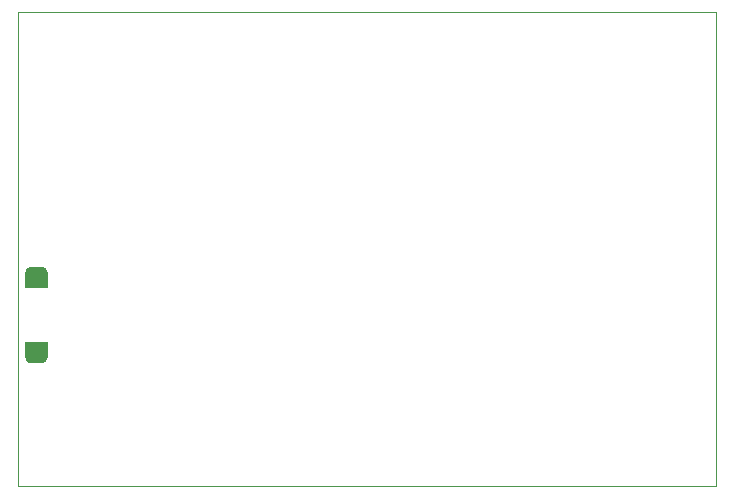
<source format=gbp>
G04*
G04 #@! TF.GenerationSoftware,Altium Limited,Altium Designer,18.1.6 (161)*
G04*
G04 Layer_Color=128*
%FSAX44Y44*%
%MOMM*%
G71*
G01*
G75*
%ADD11C,0.1000*%
%ADD39C,0.5000*%
G36*
X00025000Y00108385D02*
X00006000D01*
Y00121385D01*
X00025000D01*
Y00108385D01*
D02*
G37*
G36*
X00020000Y00103385D02*
X00011000Y00103385D01*
Y00108385D01*
X00020000D01*
Y00103385D01*
D02*
G37*
G36*
X00020000Y00180385D02*
X00011000D01*
Y00185385D01*
X00020000Y00185385D01*
Y00180385D01*
D02*
G37*
G36*
X00025000Y00167385D02*
X00006000D01*
Y00180385D01*
X00025000D01*
Y00167385D01*
D02*
G37*
D11*
X00000000Y00000000D02*
Y00400800D01*
X00590568D01*
X00590568Y00400800D01*
Y00000000D02*
Y00400800D01*
X00000000Y00000000D02*
X00590568D01*
D39*
X00013500Y00180385D02*
G03*
X00013500Y00180385I-00002500J00000000D01*
G01*
X00022500D02*
G03*
X00022500Y00180385I-00002500J00000000D01*
G01*
X00022500Y00108385D02*
G03*
X00022500Y00108385I-00002500J00000000D01*
G01*
X00013500D02*
G03*
X00013500Y00108385I-00002500J00000000D01*
G01*
M02*

</source>
